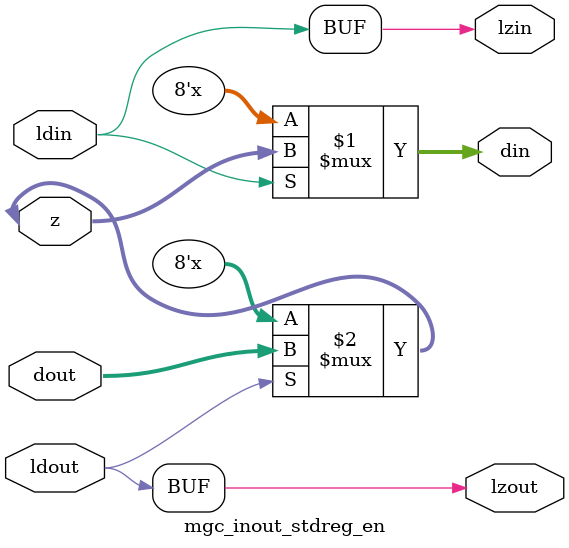
<source format=v>
module mgc_inout_stdreg_en (ldin, din, ldout, dout, lzin, lzout, z);
    parameter integer rscid = 1;
    parameter integer width = 8;
    input              ldin;
    output [width-1:0] din;
    input              ldout;
    input  [width-1:0] dout;
    output             lzin;
    output             lzout;
    inout  [width-1:0] z;
    wire   [width-1:0] din;
    wire               lzin;
    wire               lzout;
    wire   [width-1:0] z;
    assign lzin = ldin;
    assign din = ldin ? z : {width{1'bz}};
    assign lzout = ldout;
    assign z = ldout ? dout : {width{1'bz}};
endmodule
</source>
